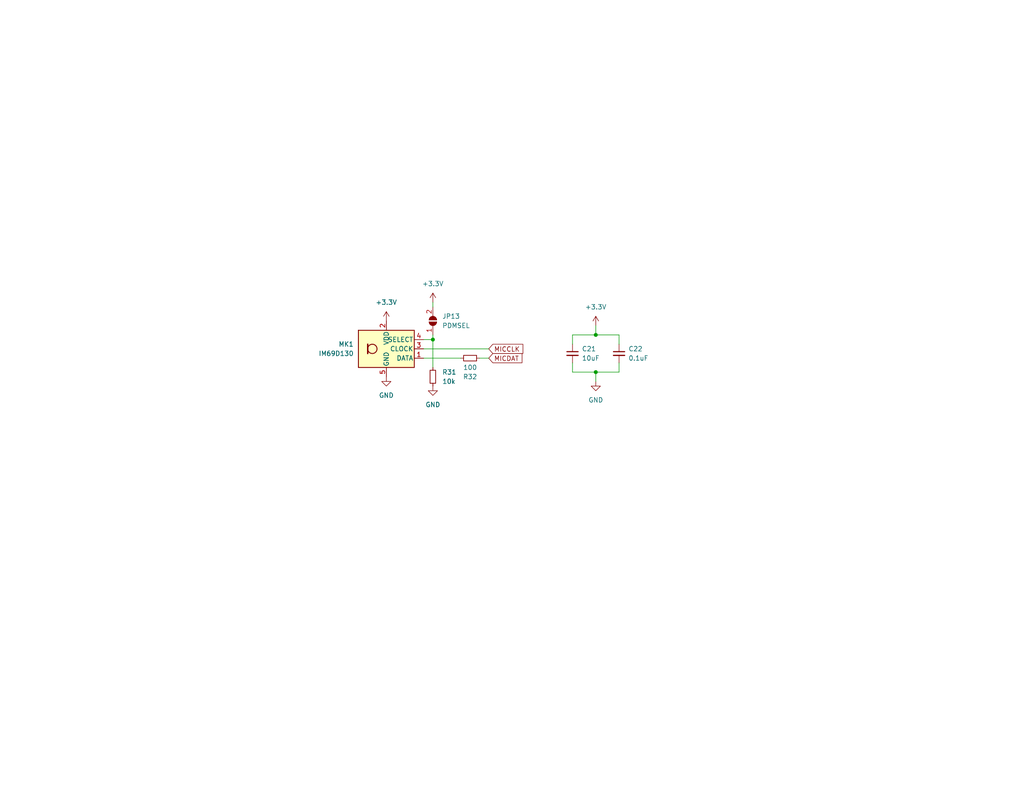
<source format=kicad_sch>
(kicad_sch (version 20230121) (generator eeschema)
  (paper "A")
  (title_block (title "pico_synth_sandbox") (date "2023-08-30") (rev "1") (comment 3 "dcdalrymple.com/picosynth/") (comment 4 "D Cooper Dalrymple"))
  (lib_symbols
    (symbol "Device:C_Small" (pin_numbers hide) (pin_names (offset 0.254) hide)
      (property "Reference" "C" (at 0.254 1.778 0))
      (property "Value" "C_Small" (at 0.254 -2.032 0))
      (symbol "C_Small_0_1"
        (polyline (pts (xy -1.524 -0.508) (xy 1.524 -0.508)) (stroke (width 0.3302)))
        (polyline (pts (xy -1.524 0.508) (xy 1.524 0.508)) (stroke (width 0.3048)))
      )
      (symbol "C_Small_1_1"
        (pin passive line (at 0 2.54 270) (length 2.032) (name "~") (number "1"))
        (pin passive line (at 0 -2.54 90) (length 2.032) (name "~") (number "2"))
      )
    )
    (symbol "Device:R_Small" (pin_numbers hide) (pin_names (offset 0.254) hide)
      (property "Reference" "R" (at 0.762 0.508 0))
      (property "Value" "R_Small" (at 0.762 -1.016 0))
      (symbol "R_Small_0_1"
        (rectangle (start -0.762 1.778) (end 0.762 -1.778) (stroke (width 0.2032)))
      )
      (symbol "R_Small_1_1"
        (pin passive line (at 0 2.54 270) (length 0.762) (name "~") (number "1"))
        (pin passive line (at 0 -2.54 90) (length 0.762) (name "~") (number "2"))
      )
    )
    (symbol "Jumper:SolderJumper_2_Open" (pin_names (offset 0) hide)
      (property "Reference" "JP" (at 0 2.032 0))
      (property "Value" "SolderJumper_2_Open" (at 0 -2.54 0))
      (symbol "SolderJumper_2_Open_0_1"
        (arc (start -0.254 1.016) (mid -1.2656 0) (end -0.254 -1.016))
        (arc (start -0.254 1.016) (mid -1.2656 0) (end -0.254 -1.016) (fill (type outline)))
        (polyline (pts (xy -0.254 1.016) (xy -0.254 -1.016)))
        (polyline (pts (xy 0.254 1.016) (xy 0.254 -1.016)))
        (arc (start 0.254 -1.016) (mid 1.2656 0) (end 0.254 1.016))
        (arc (start 0.254 -1.016) (mid 1.2656 0) (end 0.254 1.016) (fill (type outline)))
      )
      (symbol "SolderJumper_2_Open_1_1"
        (pin passive line (at -3.81 0 0) (length 2.54) (name "A") (number "1"))
        (pin passive line (at 3.81 0 180) (length 2.54) (name "B") (number "2"))
      )
    )
    (symbol "Sensor_Audio:IM69D130" (pin_names (offset 0.254))
      (property "Reference" "MK" (at -7.62 6.35 0))
      (property "Value" "IM69D130" (at 1.27 6.35 0))
      (symbol "IM69D130_0_1"
        (rectangle (start -7.62 5.08) (end 7.62 -5.08) (stroke (width 0.254)) (fill (type background)))
        (circle (center -3.81 0) (radius 1.27) (stroke (width 0.254)))
        (polyline (pts (xy -5.08 1.27) (xy -5.08 -1.27)) (stroke (width 0.381)))
      )
      (symbol "IM69D130_1_1"
        (pin output line (at 10.16 -2.54 180) (length 2.54) (name "DATA") (number "1"))
        (pin power_in line (at 0 7.62 270) (length 2.54) (name "VDD") (number "2"))
        (pin input line (at 10.16 0 180) (length 2.54) (name "CLOCK") (number "3"))
        (pin input line (at 10.16 2.54 180) (length 2.54) (name "SELECT") (number "4"))
        (pin power_in line (at 0 -7.62 90) (length 2.54) (name "GND") (number "5"))
      )
    )
    (symbol "power:+3.3V" (power) (pin_names (offset 0))
      (property "Value" "+3.3V" (at 0 3.556 0))
      (symbol "+3.3V_0_1"
        (polyline (pts (xy -0.762 1.27) (xy 0 2.54)))
        (polyline (pts (xy 0 0) (xy 0 2.54)))
        (polyline (pts (xy 0 2.54) (xy 0.762 1.27)))
      )
      (symbol "+3.3V_1_1"
        (pin power_in line (at 0 0 90) (length 0) hide (name "+3.3V") (number "1"))
      )
    )
    (symbol "power:GND" (power) (pin_names (offset 0))
      (property "Value" "GND" (at 0 -3.81 0))
      (symbol "GND_0_1"
        (polyline (pts (xy 0 0) (xy 0 -1.27) (xy 1.27 -1.27) (xy 0 -2.54) (xy -1.27 -1.27) (xy 0 -1.27)))
      )
      (symbol "GND_1_1"
        (pin power_in line (at 0 0 270) (length 0) hide (name "GND") (number "1"))
      )
    )
  )
  (junction (at 162.56 91.44))
  (junction (at 162.56 101.6))
  (junction (at 118.11 92.71))
  (wire (pts (xy 162.56 91.44) (xy 168.91 91.44)))
  (wire (pts (xy 115.57 97.79) (xy 125.73 97.79)))
  (wire (pts (xy 115.57 95.25) (xy 133.35 95.25)))
  (wire (pts (xy 115.57 92.71) (xy 118.11 92.71)))
  (wire (pts (xy 168.91 99.06) (xy 168.91 101.6)))
  (wire (pts (xy 130.81 97.79) (xy 133.35 97.79)))
  (wire (pts (xy 168.91 91.44) (xy 168.91 93.98)))
  (wire (pts (xy 156.21 99.06) (xy 156.21 101.6)))
  (wire (pts (xy 162.56 91.44) (xy 156.21 91.44)))
  (wire (pts (xy 162.56 88.9) (xy 162.56 91.44)))
  (wire (pts (xy 168.91 101.6) (xy 162.56 101.6)))
  (wire (pts (xy 156.21 101.6) (xy 162.56 101.6)))
  (wire (pts (xy 118.11 92.71) (xy 118.11 100.33)))
  (wire (pts (xy 118.11 91.44) (xy 118.11 92.71)))
  (wire (pts (xy 162.56 101.6) (xy 162.56 104.14)))
  (wire (pts (xy 118.11 82.55) (xy 118.11 83.82)))
  (wire (pts (xy 156.21 91.44) (xy 156.21 93.98)))
  (global_label "MICCLK" (shape input) (at 133.35 95.25 0) (property "Intersheetrefs" "${INTERSHEET_REFS}" (effects hide)))
  (global_label "MICDAT" (shape input) (at 133.35 97.79 0) (property "Intersheetrefs" "${INTERSHEET_REFS}" (effects hide)))
  (symbol (lib_id "Device:C_Small") (at 168.91 96.52 0) (unit 1)
    (property "Reference" "C22" (at 171.45 95.2563 0) (effects (justify left)))
    (property "Value" "0.1uF" (at 171.45 97.7963 0) (effects (justify left)))
    (property "Footprint" "Capacitor_SMD:C_0603_1608Metric_Pad1.08x0.95mm_HandSolder" (effects hide))
  )
  (symbol (lib_id "power:GND") (at 162.56 104.14 0) (unit 1)
    (property "Reference" "#PWR075" (effects hide))
    (property "Value" "GND" (at 162.56 109.22 0))
  )
  (symbol (lib_id "Sensor_Audio:IM69D130") (at 105.41 95.25 0) (unit 1)
    (property "Reference" "MK1" (at 96.52 93.98 0) (effects (justify right)))
    (property "Value" "IM69D130" (at 96.52 96.52 0) (effects (justify right)))
    (property "Footprint" "Sensor_Audio:Infineon_PG-LLGA-5-1" (effects hide))
    (property "Datasheet" "https://www.infineon.com/dgdl/Infineon-IM69D130-DS-v01_00-EN.pdf?fileId=5546d462602a9dc801607a0e46511a2e" (effects hide))
  )
  (symbol (lib_id "power:+3.3V") (at 162.56 88.9 0) (unit 1)
    (property "Reference" "#PWR074" (effects hide))
    (property "Value" "+3.3V" (at 162.56 83.82 0))
  )
  (symbol (lib_id "Device:C_Small") (at 156.21 96.52 0) (unit 1)
    (property "Reference" "C21" (at 158.75 95.2563 0) (effects (justify left)))
    (property "Value" "10uF" (at 158.75 97.7963 0) (effects (justify left)))
    (property "Footprint" "Capacitor_SMD:C_0805_2012Metric_Pad1.18x1.45mm_HandSolder" (effects hide))
  )
  (symbol (lib_id "Jumper:SolderJumper_2_Open") (at 118.11 87.63 90) (unit 1)
    (property "Reference" "JP13" (at 120.65 86.36 90) (effects (justify right)))
    (property "Value" "PDMSEL" (at 120.65 88.9 90) (effects (justify right)))
    (property "Footprint" "Jumper:SolderJumper-2_P1.3mm_Bridged_RoundedPad1.0x1.5mm" (effects hide))
  )
  (symbol (lib_id "Device:R_Small") (at 128.27 97.79 90) (mirror x) (unit 1)
    (property "Reference" "R32" (at 128.27 102.87 90))
    (property "Value" "100" (at 128.27 100.33 90))
    (property "Footprint" "Resistor_SMD:R_0805_2012Metric_Pad1.20x1.40mm_HandSolder" (effects hide))
  )
  (symbol (lib_id "power:+3.3V") (at 105.41 87.63 0) (unit 1)
    (property "Reference" "#PWR070" (effects hide))
    (property "Value" "+3.3V" (at 105.41 82.55 0))
  )
  (symbol (lib_id "power:+3.3V") (at 118.11 82.55 0) (unit 1)
    (property "Reference" "#PWR072" (effects hide))
    (property "Value" "+3.3V" (at 118.11 77.47 0))
  )
  (symbol (lib_id "Device:R_Small") (at 118.11 102.87 0) (unit 1)
    (property "Reference" "R31" (at 120.65 101.6 0) (effects (justify left)))
    (property "Value" "10k" (at 120.65 104.14 0) (effects (justify left)))
    (property "Footprint" "Resistor_SMD:R_0805_2012Metric_Pad1.20x1.40mm_HandSolder" (effects hide))
  )
  (symbol (lib_id "power:GND") (at 118.11 105.41 0) (unit 1)
    (property "Reference" "#PWR073" (effects hide))
    (property "Value" "GND" (at 118.11 110.49 0))
  )
  (symbol (lib_id "power:GND") (at 105.41 102.87 0) (unit 1)
    (property "Reference" "#PWR071" (effects hide))
    (property "Value" "GND" (at 105.41 107.95 0))
  )
)
</source>
